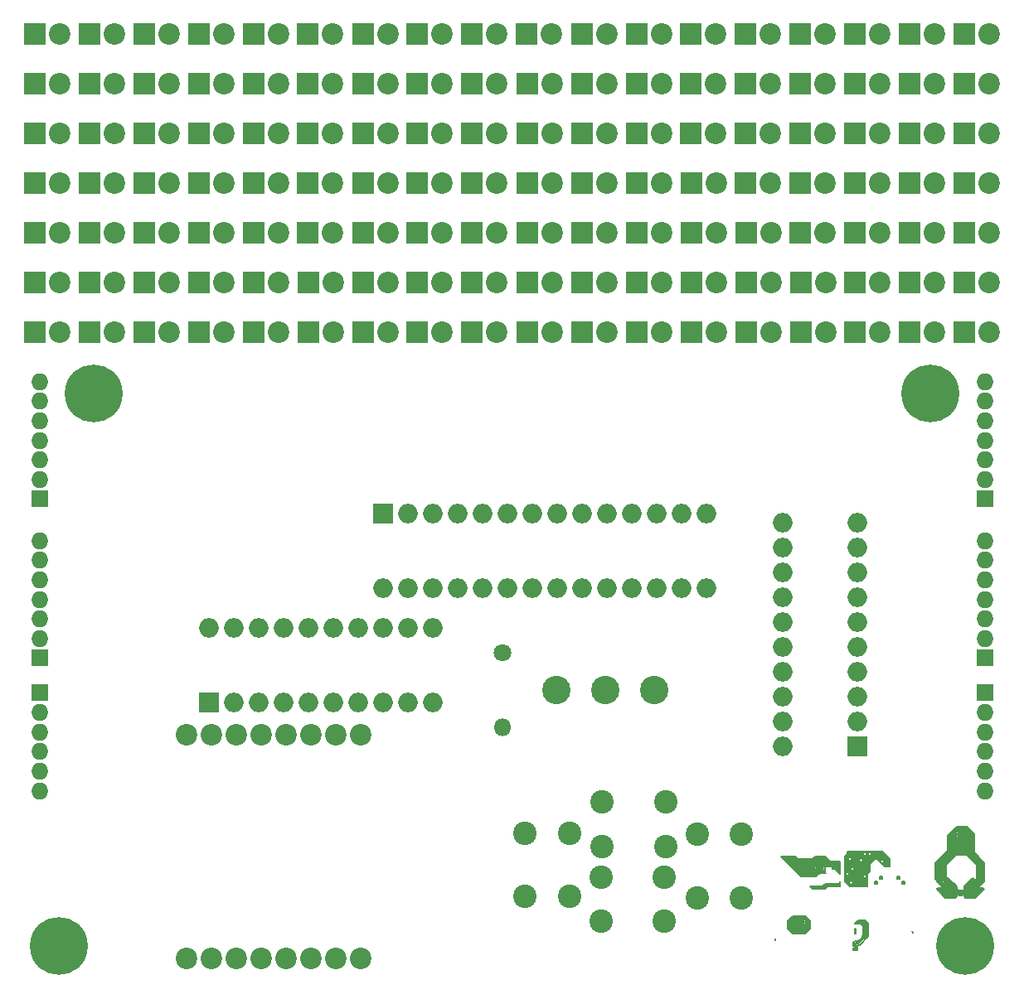
<source format=gbr>
G04 #@! TF.FileFunction,Soldermask,Top*
%FSLAX46Y46*%
G04 Gerber Fmt 4.6, Leading zero omitted, Abs format (unit mm)*
G04 Created by KiCad (PCBNEW 4.0.7) date 01/18/18 14:45:31*
%MOMM*%
%LPD*%
G01*
G04 APERTURE LIST*
%ADD10C,0.100000*%
%ADD11C,0.200000*%
%ADD12C,0.400000*%
%ADD13R,2.200000X2.200000*%
%ADD14C,2.200000*%
%ADD15R,2.000000X2.000000*%
%ADD16O,2.000000X2.000000*%
%ADD17R,1.750000X1.750000*%
%ADD18O,1.750000X1.750000*%
%ADD19C,2.400000*%
%ADD20C,1.800000*%
%ADD21O,1.800000X1.800000*%
%ADD22C,2.900000*%
%ADD23C,5.900000*%
G04 APERTURE END LIST*
D10*
D11*
X194945000Y-159258000D02*
X194945000Y-161163000D01*
X194183000Y-158496000D02*
X194945000Y-159258000D01*
X193167000Y-158496000D02*
X194183000Y-158496000D01*
X192278000Y-159385000D02*
X193167000Y-158496000D01*
X192278000Y-160909000D02*
X192278000Y-159385000D01*
X191008000Y-162179000D02*
X192532000Y-160655000D01*
X191008000Y-163830000D02*
X191008000Y-162179000D01*
X191135000Y-163957000D02*
X191008000Y-163830000D01*
D12*
X193167000Y-161163000D02*
X194183000Y-161163000D01*
X193167000Y-160909000D02*
X193167000Y-161163000D01*
X194056000Y-160909000D02*
X193167000Y-160909000D01*
X194056000Y-160782000D02*
X194056000Y-160909000D01*
X193929000Y-160655000D02*
X194056000Y-160782000D01*
X193167000Y-160655000D02*
X193929000Y-160655000D01*
X193167000Y-160401000D02*
X193167000Y-160655000D01*
X194056000Y-160401000D02*
X193167000Y-160401000D01*
X194056000Y-160147000D02*
X194056000Y-160401000D01*
X193040000Y-160147000D02*
X194056000Y-160147000D01*
X195834000Y-163957000D02*
X195453000Y-164338000D01*
X195834000Y-162179000D02*
X195834000Y-163957000D01*
X194691000Y-161036000D02*
X195834000Y-162179000D01*
X194691000Y-159385000D02*
X194691000Y-161036000D01*
X194056000Y-158750000D02*
X194691000Y-159385000D01*
X193167000Y-158750000D02*
X194056000Y-158750000D01*
X192532000Y-159385000D02*
X193167000Y-158750000D01*
X192532000Y-160909000D02*
X192532000Y-159385000D01*
X191262000Y-162179000D02*
X192532000Y-160909000D01*
X191262000Y-163957000D02*
X191262000Y-162179000D01*
X191770000Y-164465000D02*
X191262000Y-163957000D01*
X193167000Y-165100000D02*
X193929000Y-165100000D01*
X193421000Y-165227000D02*
X193040000Y-164846000D01*
X193802000Y-165100000D02*
X193929000Y-164973000D01*
X193675000Y-165227000D02*
X193802000Y-165100000D01*
X193294000Y-165227000D02*
X193675000Y-165227000D01*
X193167000Y-165100000D02*
X193294000Y-165227000D01*
X193421000Y-159893000D02*
X193167000Y-159893000D01*
X194183000Y-159893000D02*
X193421000Y-159893000D01*
X194183000Y-161163000D02*
X194183000Y-159893000D01*
X195326000Y-162306000D02*
X194183000Y-161163000D01*
X195326000Y-163830000D02*
X195326000Y-162306000D01*
X195072000Y-164084000D02*
X195326000Y-163830000D01*
X194183000Y-159639000D02*
X193421000Y-159639000D01*
X193929000Y-159385000D02*
X194183000Y-159639000D01*
X193421000Y-159385000D02*
X193929000Y-159385000D01*
X193421000Y-159639000D02*
X193421000Y-159385000D01*
X193040000Y-159639000D02*
X193421000Y-159639000D01*
X193040000Y-161163000D02*
X193040000Y-159639000D01*
X191897000Y-162306000D02*
X193040000Y-161163000D01*
X191897000Y-163576000D02*
X191897000Y-162306000D01*
X192024000Y-163703000D02*
X191897000Y-163576000D01*
D11*
X192024000Y-163830000D02*
X191897000Y-163703000D01*
X192024000Y-164084000D02*
X192024000Y-163830000D01*
X191770000Y-163830000D02*
X191897000Y-163957000D01*
X191770000Y-162179000D02*
X191770000Y-163830000D01*
X192913000Y-161036000D02*
X191770000Y-162179000D01*
X192913000Y-159639000D02*
X192913000Y-161036000D01*
X193294000Y-159258000D02*
X192913000Y-159639000D01*
X194056000Y-159258000D02*
X193294000Y-159258000D01*
X194310000Y-159512000D02*
X194056000Y-159258000D01*
X194310000Y-161036000D02*
X194310000Y-159512000D01*
X195453000Y-162179000D02*
X194310000Y-161036000D01*
X195453000Y-163957000D02*
X195453000Y-162179000D01*
X195326000Y-164084000D02*
X195453000Y-163957000D01*
X195453000Y-164084000D02*
X195326000Y-164084000D01*
X195580000Y-163957000D02*
X195453000Y-164084000D01*
X195580000Y-162179000D02*
X195580000Y-163957000D01*
X194437000Y-161036000D02*
X195580000Y-162179000D01*
X194437000Y-159512000D02*
X194437000Y-161036000D01*
X194056000Y-159131000D02*
X194437000Y-159512000D01*
X193294000Y-159131000D02*
X194056000Y-159131000D01*
X192786000Y-159639000D02*
X193294000Y-159131000D01*
X192786000Y-161036000D02*
X192786000Y-159639000D01*
X191643000Y-162179000D02*
X192786000Y-161036000D01*
X191643000Y-163830000D02*
X191643000Y-162179000D01*
X191897000Y-164084000D02*
X191643000Y-163830000D01*
X195707000Y-163957000D02*
X195453000Y-164211000D01*
X195707000Y-162179000D02*
X195707000Y-163957000D01*
X195580000Y-162052000D02*
X195707000Y-162179000D01*
X194564000Y-161036000D02*
X195580000Y-162052000D01*
X194564000Y-159385000D02*
X194564000Y-161036000D01*
X194183000Y-159004000D02*
X194564000Y-159385000D01*
X193167000Y-159004000D02*
X194183000Y-159004000D01*
X192659000Y-159512000D02*
X193167000Y-159004000D01*
X192659000Y-161036000D02*
X192659000Y-159512000D01*
X192532000Y-161163000D02*
X192659000Y-161036000D01*
X192278000Y-161417000D02*
X192532000Y-161163000D01*
X191516000Y-162179000D02*
X192278000Y-161417000D01*
X191516000Y-163830000D02*
X191516000Y-162179000D01*
X191770000Y-164084000D02*
X191516000Y-163830000D01*
X193802000Y-165227000D02*
X193929000Y-165227000D01*
X193675000Y-165354000D02*
X193802000Y-165227000D01*
X193548000Y-165354000D02*
X193675000Y-165354000D01*
X193421000Y-165354000D02*
X193548000Y-165354000D01*
X193294000Y-165227000D02*
X193421000Y-165354000D01*
X193675000Y-165481000D02*
X193802000Y-165354000D01*
X193421000Y-165481000D02*
X193675000Y-165481000D01*
X193294000Y-165354000D02*
X193421000Y-165481000D01*
X195072000Y-164719000D02*
X194818000Y-164719000D01*
X195072000Y-164592000D02*
X195072000Y-164719000D01*
X194818000Y-164592000D02*
X195072000Y-164592000D01*
X194564000Y-164846000D02*
X194818000Y-164592000D01*
X195072000Y-164846000D02*
X194564000Y-164846000D01*
X194818000Y-164846000D02*
X195072000Y-164846000D01*
X194691000Y-164719000D02*
X194818000Y-164846000D01*
X194945000Y-164465000D02*
X194691000Y-164719000D01*
X195199000Y-164465000D02*
X194945000Y-164465000D01*
X195199000Y-164846000D02*
X195199000Y-164465000D01*
X195072000Y-164973000D02*
X195199000Y-164846000D01*
X194564000Y-164973000D02*
X195072000Y-164973000D01*
X194564000Y-164719000D02*
X194564000Y-164973000D01*
X194945000Y-164338000D02*
X194564000Y-164719000D01*
X195326000Y-164338000D02*
X194945000Y-164338000D01*
X195326000Y-164846000D02*
X195326000Y-164338000D01*
X195072000Y-165100000D02*
X195326000Y-164846000D01*
X194437000Y-165100000D02*
X195072000Y-165100000D01*
X194437000Y-164592000D02*
X194437000Y-165100000D01*
X194818000Y-164211000D02*
X194437000Y-164592000D01*
X194818000Y-164084000D02*
X194818000Y-164211000D01*
X194310000Y-164592000D02*
X194818000Y-164084000D01*
X194310000Y-165227000D02*
X194310000Y-164592000D01*
X195072000Y-165227000D02*
X194310000Y-165227000D01*
X195453000Y-164846000D02*
X195072000Y-165227000D01*
X195580000Y-164846000D02*
X195453000Y-164846000D01*
X195072000Y-165354000D02*
X195580000Y-164846000D01*
X194183000Y-165354000D02*
X195072000Y-165354000D01*
X194183000Y-164592000D02*
X194183000Y-165354000D01*
X194818000Y-163957000D02*
X194183000Y-164592000D01*
X194818000Y-163830000D02*
X194818000Y-163957000D01*
X194056000Y-164592000D02*
X194818000Y-163830000D01*
X194056000Y-165481000D02*
X194056000Y-164592000D01*
X195072000Y-165481000D02*
X194056000Y-165481000D01*
X195707000Y-164846000D02*
X195072000Y-165481000D01*
X195834000Y-164846000D02*
X195707000Y-164846000D01*
X195072000Y-165608000D02*
X195834000Y-164846000D01*
X194056000Y-165608000D02*
X195072000Y-165608000D01*
X195072000Y-165735000D02*
X194056000Y-165735000D01*
X195961000Y-164846000D02*
X195072000Y-165735000D01*
X195834000Y-164719000D02*
X195961000Y-164846000D01*
X195453000Y-164719000D02*
X195834000Y-164719000D01*
X195453000Y-164338000D02*
X195453000Y-164719000D01*
X195326000Y-164211000D02*
X195453000Y-164338000D01*
X194945000Y-164211000D02*
X195326000Y-164211000D01*
X194945000Y-164084000D02*
X194945000Y-164211000D01*
X194945000Y-163830000D02*
X194945000Y-164084000D01*
X194818000Y-163703000D02*
X194945000Y-163830000D01*
X193929000Y-164592000D02*
X194818000Y-163703000D01*
X193929000Y-165608000D02*
X193929000Y-164592000D01*
X194056000Y-165735000D02*
X193929000Y-165608000D01*
X192405000Y-164338000D02*
X192659000Y-164338000D01*
X192405000Y-164084000D02*
X192405000Y-164338000D01*
X192786000Y-164465000D02*
X192405000Y-164084000D01*
X191770000Y-164465000D02*
X192786000Y-164465000D01*
X191770000Y-164592000D02*
X191770000Y-164465000D01*
X193040000Y-164592000D02*
X191770000Y-164592000D01*
X193040000Y-164719000D02*
X193040000Y-164592000D01*
X191770000Y-164719000D02*
X193040000Y-164719000D01*
X191770000Y-164846000D02*
X191770000Y-164719000D01*
X191262000Y-164846000D02*
X191770000Y-164846000D01*
X193040000Y-164846000D02*
X191262000Y-164846000D01*
X193040000Y-164973000D02*
X193040000Y-164846000D01*
X193040000Y-165100000D02*
X193040000Y-164973000D01*
X192913000Y-164973000D02*
X193040000Y-165100000D01*
X191262000Y-164973000D02*
X192913000Y-164973000D01*
X191389000Y-165100000D02*
X191262000Y-164973000D01*
X193040000Y-165100000D02*
X191389000Y-165100000D01*
X193040000Y-165227000D02*
X193040000Y-165100000D01*
X191516000Y-165227000D02*
X193040000Y-165227000D01*
X191643000Y-165354000D02*
X191516000Y-165227000D01*
X193040000Y-165354000D02*
X191643000Y-165354000D01*
X193040000Y-165481000D02*
X193040000Y-165354000D01*
X191770000Y-165481000D02*
X193040000Y-165481000D01*
X191770000Y-164338000D02*
X191770000Y-164719000D01*
X192278000Y-164338000D02*
X191770000Y-164338000D01*
X192278000Y-163830000D02*
X192278000Y-164338000D01*
X193040000Y-164592000D02*
X192278000Y-163830000D01*
X193040000Y-165608000D02*
X193040000Y-164592000D01*
X192024000Y-165608000D02*
X193040000Y-165608000D01*
X192151000Y-163830000D02*
X192278000Y-163703000D01*
X192151000Y-164211000D02*
X192151000Y-163830000D01*
X192024000Y-164211000D02*
X192151000Y-164211000D01*
X191770000Y-164211000D02*
X192024000Y-164211000D01*
X191643000Y-164338000D02*
X191770000Y-164211000D01*
X191643000Y-164719000D02*
X191643000Y-164338000D01*
X191516000Y-164719000D02*
X191643000Y-164719000D01*
X191262000Y-164719000D02*
X191516000Y-164719000D01*
X191135000Y-164846000D02*
X191262000Y-164719000D01*
X192024000Y-165735000D02*
X191135000Y-164846000D01*
X193040000Y-165735000D02*
X192024000Y-165735000D01*
X193167000Y-165608000D02*
X193040000Y-165735000D01*
X193167000Y-164592000D02*
X193167000Y-165608000D01*
X193167000Y-164592000D02*
X192278000Y-163703000D01*
X182626000Y-171069000D02*
X182626000Y-170815000D01*
X182753000Y-171069000D02*
X182626000Y-171069000D01*
X182753000Y-170942000D02*
X182753000Y-171069000D01*
X182753000Y-170815000D02*
X182753000Y-170942000D01*
X182880000Y-170815000D02*
X182753000Y-170815000D01*
X182880000Y-171069000D02*
X182880000Y-170815000D01*
X183007000Y-170815000D02*
X183007000Y-171069000D01*
X184023000Y-168402000D02*
X184023000Y-169799000D01*
X183007000Y-170561000D02*
X183007000Y-170815000D01*
X183261000Y-170561000D02*
X183007000Y-170561000D01*
X184150000Y-169672000D02*
X183261000Y-170561000D01*
X184150000Y-168402000D02*
X184150000Y-169672000D01*
X183769000Y-168021000D02*
X184150000Y-168402000D01*
X183134000Y-168021000D02*
X183769000Y-168021000D01*
X183007000Y-168148000D02*
X183134000Y-168021000D01*
X182880000Y-170434000D02*
X182880000Y-170815000D01*
X183134000Y-170434000D02*
X182880000Y-170434000D01*
X183896000Y-169672000D02*
X183134000Y-170434000D01*
X183896000Y-168402000D02*
X183896000Y-169672000D01*
X183642000Y-168148000D02*
X183896000Y-168402000D01*
X183007000Y-168148000D02*
X183642000Y-168148000D01*
X182880000Y-168275000D02*
X183007000Y-168148000D01*
X182880000Y-168275000D02*
X183134000Y-168275000D01*
X182753000Y-168402000D02*
X182880000Y-168275000D01*
X182753000Y-170434000D02*
X182753000Y-170815000D01*
X182880000Y-170307000D02*
X182753000Y-170434000D01*
X183134000Y-170307000D02*
X182880000Y-170307000D01*
X183769000Y-169672000D02*
X183134000Y-170307000D01*
X183769000Y-168529000D02*
X183769000Y-169672000D01*
X183515000Y-168275000D02*
X183769000Y-168529000D01*
X183007000Y-168275000D02*
X183515000Y-168275000D01*
X182626000Y-170307000D02*
X182626000Y-170688000D01*
X182753000Y-170180000D02*
X182626000Y-170307000D01*
X183134000Y-170180000D02*
X182753000Y-170180000D01*
X183515000Y-169799000D02*
X183134000Y-170180000D01*
X182753000Y-168910000D02*
X182753000Y-169418000D01*
X182880000Y-168910000D02*
X182753000Y-168910000D01*
X182880000Y-169418000D02*
X182880000Y-168910000D01*
X183642000Y-169545000D02*
X183515000Y-169672000D01*
X183642000Y-168656000D02*
X183642000Y-169545000D01*
X183388000Y-168402000D02*
X183642000Y-168656000D01*
X182880000Y-168402000D02*
X183388000Y-168402000D01*
X188722000Y-169291000D02*
X188595000Y-169164000D01*
X174625000Y-169926000D02*
X174625000Y-170053000D01*
X178435000Y-164846000D02*
X179451000Y-164846000D01*
X178181000Y-164592000D02*
X178435000Y-164846000D01*
X178943000Y-164846000D02*
X178689000Y-164592000D01*
X178689000Y-164592000D02*
X178943000Y-164846000D01*
X179197000Y-164592000D02*
X178689000Y-164592000D01*
X178435000Y-164592000D02*
X179197000Y-164592000D01*
X180975000Y-164338000D02*
X180721000Y-164592000D01*
X180721000Y-164592000D02*
X180975000Y-164338000D01*
X180721000Y-164338000D02*
X180721000Y-164592000D01*
X180975000Y-164592000D02*
X180721000Y-164338000D01*
X181229000Y-164338000D02*
X180975000Y-164592000D01*
X180721000Y-164338000D02*
X181229000Y-164338000D01*
X178943000Y-164846000D02*
X179197000Y-164592000D01*
X178435000Y-164846000D02*
X178943000Y-164846000D01*
X179197000Y-164592000D02*
X179197000Y-164846000D01*
X178943000Y-164846000D02*
X179197000Y-164592000D01*
X178943000Y-164592000D02*
X178943000Y-164846000D01*
X178689000Y-164592000D02*
X178689000Y-164846000D01*
X178435000Y-164846000D02*
X178689000Y-164592000D01*
X178435000Y-164592000D02*
X178435000Y-164846000D01*
X179197000Y-164592000D02*
X179451000Y-164592000D01*
X178181000Y-164592000D02*
X179197000Y-164592000D01*
X179705000Y-164846000D02*
X179451000Y-164846000D01*
X179959000Y-164592000D02*
X179705000Y-164846000D01*
X179959000Y-164338000D02*
X179959000Y-164592000D01*
X180213000Y-164592000D02*
X179959000Y-164338000D01*
X180467000Y-164338000D02*
X180213000Y-164592000D01*
X180213000Y-164592000D02*
X180467000Y-164338000D01*
X180213000Y-164338000D02*
X180213000Y-164592000D01*
X180467000Y-164338000D02*
X180213000Y-164338000D01*
X180467000Y-164592000D02*
X180467000Y-164338000D01*
X180721000Y-164338000D02*
X180467000Y-164592000D01*
X180467000Y-164592000D02*
X180721000Y-164338000D01*
X180721000Y-164592000D02*
X180467000Y-164592000D01*
X181229000Y-164338000D02*
X180975000Y-164592000D01*
X181229000Y-164592000D02*
X181229000Y-164338000D01*
X179705000Y-164592000D02*
X181229000Y-164592000D01*
X179959000Y-164338000D02*
X179705000Y-164592000D01*
X179705000Y-164592000D02*
X179959000Y-164338000D01*
X179451000Y-164846000D02*
X179705000Y-164592000D01*
X179197000Y-164846000D02*
X179451000Y-164846000D01*
X181229000Y-164338000D02*
X181229000Y-164084000D01*
X179705000Y-164338000D02*
X180721000Y-164338000D01*
X179197000Y-164846000D02*
X179705000Y-164338000D01*
X175260000Y-161544000D02*
X175387000Y-161544000D01*
X177292000Y-163576000D02*
X175260000Y-161544000D01*
X178816000Y-163576000D02*
X177292000Y-163576000D01*
X179197000Y-163195000D02*
X178816000Y-163576000D01*
X179832000Y-163195000D02*
X179197000Y-163195000D01*
X179705000Y-163068000D02*
X179705000Y-162560000D01*
X178562000Y-163068000D02*
X179197000Y-163068000D01*
X178943000Y-163068000D02*
X178562000Y-163068000D01*
X178816000Y-163195000D02*
X178943000Y-163068000D01*
X177292000Y-163195000D02*
X178816000Y-163195000D01*
X177292000Y-163068000D02*
X177292000Y-163195000D01*
X178689000Y-163068000D02*
X177292000Y-163068000D01*
X178816000Y-162941000D02*
X178689000Y-163068000D01*
X179324000Y-162941000D02*
X178816000Y-162941000D01*
X178943000Y-163322000D02*
X179324000Y-162941000D01*
X177292000Y-163322000D02*
X178943000Y-163322000D01*
X177038000Y-163068000D02*
X177292000Y-163322000D01*
X178562000Y-163068000D02*
X177038000Y-163068000D01*
X178816000Y-162814000D02*
X178562000Y-163068000D01*
X179451000Y-162814000D02*
X178816000Y-162814000D01*
X179451000Y-162941000D02*
X179451000Y-162814000D01*
X179070000Y-162941000D02*
X179451000Y-162941000D01*
X179578000Y-162941000D02*
X179070000Y-162941000D01*
X179705000Y-163068000D02*
X179578000Y-162941000D01*
X179197000Y-163068000D02*
X179705000Y-163068000D01*
X178816000Y-163449000D02*
X179197000Y-163068000D01*
X177292000Y-163449000D02*
X178816000Y-163449000D01*
X175895000Y-162052000D02*
X177292000Y-163449000D01*
X179578000Y-162814000D02*
X179451000Y-162687000D01*
X178816000Y-162687000D02*
X179578000Y-162687000D01*
X178562000Y-162941000D02*
X178816000Y-162687000D01*
X177038000Y-162941000D02*
X178562000Y-162941000D01*
X176784000Y-162941000D02*
X177038000Y-162941000D01*
X176657000Y-162814000D02*
X176784000Y-162941000D01*
X176911000Y-162814000D02*
X176657000Y-162560000D01*
X176657000Y-162814000D02*
X177165000Y-162814000D01*
X176403000Y-162560000D02*
X176657000Y-162814000D01*
X177165000Y-162814000D02*
X178181000Y-162814000D01*
X176911000Y-162560000D02*
X177165000Y-162814000D01*
X177419000Y-162814000D02*
X177165000Y-162560000D01*
X177673000Y-162560000D02*
X177673000Y-162814000D01*
X177927000Y-162814000D02*
X177927000Y-162560000D01*
X178181000Y-162560000D02*
X177927000Y-162814000D01*
X178181000Y-162814000D02*
X178181000Y-162560000D01*
X178181000Y-162560000D02*
X178435000Y-162814000D01*
X178435000Y-162814000D02*
X178435000Y-162560000D01*
X178181000Y-162814000D02*
X178435000Y-162814000D01*
X178181000Y-161798000D02*
X178181000Y-162052000D01*
X177927000Y-162052000D02*
X178181000Y-161798000D01*
X177927000Y-161798000D02*
X177927000Y-162052000D01*
X177673000Y-162052000D02*
X177927000Y-161798000D01*
X177673000Y-161798000D02*
X177673000Y-162052000D01*
X177419000Y-162052000D02*
X177673000Y-161798000D01*
X177165000Y-161798000D02*
X177419000Y-162052000D01*
X177419000Y-162052000D02*
X177165000Y-161798000D01*
X177419000Y-161798000D02*
X177419000Y-162052000D01*
X177165000Y-161798000D02*
X177419000Y-161798000D01*
X177165000Y-162052000D02*
X177165000Y-161798000D01*
X176911000Y-161798000D02*
X177165000Y-162052000D01*
X178435000Y-161798000D02*
X176911000Y-161798000D01*
X180975000Y-163068000D02*
X180721000Y-162814000D01*
X181229000Y-163322000D02*
X180975000Y-163068000D01*
X181229000Y-163068000D02*
X181229000Y-163322000D01*
X180975000Y-162814000D02*
X181229000Y-163068000D01*
X180975000Y-163068000D02*
X180975000Y-162814000D01*
X181229000Y-163068000D02*
X180975000Y-163068000D01*
X181229000Y-162814000D02*
X181229000Y-163068000D01*
X180721000Y-162814000D02*
X180467000Y-162814000D01*
X179197000Y-162560000D02*
X179197000Y-162306000D01*
X179451000Y-162560000D02*
X179197000Y-162560000D01*
X179705000Y-162306000D02*
X179451000Y-162560000D01*
X179959000Y-162560000D02*
X179705000Y-162306000D01*
X179959000Y-162306000D02*
X179959000Y-162560000D01*
X179705000Y-162560000D02*
X179959000Y-162306000D01*
X179451000Y-162306000D02*
X179705000Y-162560000D01*
X179959000Y-162306000D02*
X179451000Y-162306000D01*
X179705000Y-162560000D02*
X180213000Y-162560000D01*
X181229000Y-162814000D02*
X180721000Y-162814000D01*
X178943000Y-162306000D02*
X178689000Y-162560000D01*
X178943000Y-162560000D02*
X178943000Y-162306000D01*
X179197000Y-162306000D02*
X178943000Y-162560000D01*
X179451000Y-162560000D02*
X179197000Y-162306000D01*
X179451000Y-162306000D02*
X179451000Y-162560000D01*
X179705000Y-162560000D02*
X179451000Y-162306000D01*
X178689000Y-162560000D02*
X179705000Y-162560000D01*
X176657000Y-162306000D02*
X176403000Y-162052000D01*
X176657000Y-162052000D02*
X176657000Y-162306000D01*
X178435000Y-162814000D02*
X178943000Y-162306000D01*
X179705000Y-162306000D02*
X179705000Y-162052000D01*
X179451000Y-162306000D02*
X179705000Y-162306000D01*
X179451000Y-162052000D02*
X179451000Y-162306000D01*
X178943000Y-162052000D02*
X179451000Y-162052000D01*
X178943000Y-162306000D02*
X178943000Y-162052000D01*
X181229000Y-162814000D02*
X181229000Y-162560000D01*
X180975000Y-162560000D02*
X181229000Y-162814000D01*
X180975000Y-162814000D02*
X180975000Y-162560000D01*
X180721000Y-162560000D02*
X180975000Y-162814000D01*
X180721000Y-162814000D02*
X180721000Y-162560000D01*
X180467000Y-162560000D02*
X180721000Y-162814000D01*
X180467000Y-162814000D02*
X180467000Y-162560000D01*
X179705000Y-162306000D02*
X179451000Y-162306000D01*
X181229000Y-162560000D02*
X181229000Y-162814000D01*
X177165000Y-162560000D02*
X177673000Y-162560000D01*
X177419000Y-162560000D02*
X177419000Y-162814000D01*
X177673000Y-162814000D02*
X177419000Y-162560000D01*
X177927000Y-162560000D02*
X177673000Y-162814000D01*
X178435000Y-162306000D02*
X178181000Y-162560000D01*
X178689000Y-162306000D02*
X178435000Y-162306000D01*
X178943000Y-162052000D02*
X178689000Y-162306000D01*
X179197000Y-162306000D02*
X178943000Y-162052000D01*
X179197000Y-162052000D02*
X179197000Y-162306000D01*
X179451000Y-162306000D02*
X179197000Y-162052000D01*
X179705000Y-162052000D02*
X179451000Y-162306000D01*
X179959000Y-162306000D02*
X179705000Y-162052000D01*
X179705000Y-162306000D02*
X179959000Y-162306000D01*
X178689000Y-162306000D02*
X179705000Y-162306000D01*
X178181000Y-162814000D02*
X178689000Y-162306000D01*
X176403000Y-162306000D02*
X176657000Y-162560000D01*
X176657000Y-162560000D02*
X176403000Y-162306000D01*
X176911000Y-162306000D02*
X176657000Y-162560000D01*
X176911000Y-162560000D02*
X176911000Y-162306000D01*
X176657000Y-162306000D02*
X176911000Y-162560000D01*
X176403000Y-162306000D02*
X176657000Y-162306000D01*
X176657000Y-162560000D02*
X176403000Y-162306000D01*
X176911000Y-162306000D02*
X176657000Y-162560000D01*
X176657000Y-162560000D02*
X176911000Y-162306000D01*
X177165000Y-162560000D02*
X176657000Y-162560000D01*
X176911000Y-162560000D02*
X177165000Y-162560000D01*
X176403000Y-162560000D02*
X176911000Y-162560000D01*
X176149000Y-162306000D02*
X176403000Y-162560000D01*
X176911000Y-162306000D02*
X176149000Y-162306000D01*
X176657000Y-162052000D02*
X176911000Y-162306000D01*
X176403000Y-162306000D02*
X176657000Y-162052000D01*
X176149000Y-162052000D02*
X176403000Y-162306000D01*
X176149000Y-162306000D02*
X176149000Y-162052000D01*
X176911000Y-162306000D02*
X176149000Y-162306000D01*
X176657000Y-162306000D02*
X176911000Y-162306000D01*
X176149000Y-162306000D02*
X176657000Y-162306000D01*
X175895000Y-162052000D02*
X176149000Y-162306000D01*
X176657000Y-162052000D02*
X176657000Y-161798000D01*
X175641000Y-161544000D02*
X175895000Y-161798000D01*
X175387000Y-161544000D02*
X175641000Y-161544000D01*
X175895000Y-162052000D02*
X175387000Y-161544000D01*
X180975000Y-162306000D02*
X180467000Y-162306000D01*
X181229000Y-162306000D02*
X180975000Y-162306000D01*
X180975000Y-162560000D02*
X181229000Y-162306000D01*
X181229000Y-162306000D02*
X180975000Y-162560000D01*
X180975000Y-162052000D02*
X181229000Y-162306000D01*
X181229000Y-162052000D02*
X180975000Y-162052000D01*
X181229000Y-162560000D02*
X181229000Y-162052000D01*
X180721000Y-162560000D02*
X181229000Y-162560000D01*
X180467000Y-162306000D02*
X180721000Y-162560000D01*
X180467000Y-162560000D02*
X180467000Y-162306000D01*
X180213000Y-162306000D02*
X180467000Y-162560000D01*
X180213000Y-162560000D02*
X180213000Y-162306000D01*
X180467000Y-162560000D02*
X180213000Y-162560000D01*
X180721000Y-162306000D02*
X180467000Y-162560000D01*
X180721000Y-162560000D02*
X180721000Y-162306000D01*
X180975000Y-162306000D02*
X180721000Y-162560000D01*
X180975000Y-162560000D02*
X180975000Y-162306000D01*
X180213000Y-162560000D02*
X180975000Y-162560000D01*
X179705000Y-162052000D02*
X180213000Y-162560000D01*
X179705000Y-161798000D02*
X179705000Y-162052000D01*
X179705000Y-162052000D02*
X179705000Y-161798000D01*
X179451000Y-161798000D02*
X179705000Y-162052000D01*
X179197000Y-162052000D02*
X179451000Y-161798000D01*
X179451000Y-161798000D02*
X179197000Y-162052000D01*
X179451000Y-162052000D02*
X179451000Y-161798000D01*
X179197000Y-162052000D02*
X179451000Y-162052000D01*
X179197000Y-161798000D02*
X179197000Y-162052000D01*
X178943000Y-162052000D02*
X179197000Y-161798000D01*
X178943000Y-161798000D02*
X178943000Y-162052000D01*
X178689000Y-162052000D02*
X178943000Y-161798000D01*
X178943000Y-162052000D02*
X178689000Y-162052000D01*
X179959000Y-162052000D02*
X178943000Y-162052000D01*
X179705000Y-161798000D02*
X179959000Y-162052000D01*
X178943000Y-161798000D02*
X179705000Y-161798000D01*
X178689000Y-162052000D02*
X178943000Y-161798000D01*
X178181000Y-162560000D02*
X178689000Y-162052000D01*
X178181000Y-162306000D02*
X178181000Y-162560000D01*
X177927000Y-162560000D02*
X178181000Y-162306000D01*
X177927000Y-162306000D02*
X177927000Y-162560000D01*
X177927000Y-162560000D02*
X177927000Y-162306000D01*
X177673000Y-162306000D02*
X177927000Y-162560000D01*
X177419000Y-162560000D02*
X177673000Y-162306000D01*
X177673000Y-162306000D02*
X177419000Y-162560000D01*
X177673000Y-162560000D02*
X177673000Y-162306000D01*
X177419000Y-162560000D02*
X177673000Y-162560000D01*
X177419000Y-162306000D02*
X177419000Y-162560000D01*
X177165000Y-162560000D02*
X177419000Y-162306000D01*
X177165000Y-162306000D02*
X177165000Y-162560000D01*
X178181000Y-162560000D02*
X178689000Y-162052000D01*
X177165000Y-162560000D02*
X178181000Y-162560000D01*
X176657000Y-162052000D02*
X177165000Y-162560000D01*
X176149000Y-162052000D02*
X176657000Y-162052000D01*
X176403000Y-161798000D02*
X176149000Y-162052000D01*
X176403000Y-162052000D02*
X176403000Y-161798000D01*
X176149000Y-161798000D02*
X176403000Y-162052000D01*
X175895000Y-162052000D02*
X176149000Y-161798000D01*
X175895000Y-161798000D02*
X175895000Y-162052000D01*
X176149000Y-161798000D02*
X175895000Y-161798000D01*
X176149000Y-162052000D02*
X176149000Y-161798000D01*
X176403000Y-162052000D02*
X176149000Y-162052000D01*
X176657000Y-161798000D02*
X176403000Y-162052000D01*
X176911000Y-162052000D02*
X176657000Y-161798000D01*
X175895000Y-162052000D02*
X176911000Y-162052000D01*
X175895000Y-161798000D02*
X175895000Y-162052000D01*
X180467000Y-162052000D02*
X180467000Y-162306000D01*
X180721000Y-162306000D02*
X180467000Y-162052000D01*
X180975000Y-162052000D02*
X180721000Y-162306000D01*
X180975000Y-162306000D02*
X180975000Y-162052000D01*
X180721000Y-162052000D02*
X180975000Y-162306000D01*
X180721000Y-162306000D02*
X180721000Y-162052000D01*
X180467000Y-162052000D02*
X180721000Y-162306000D01*
X180467000Y-162306000D02*
X180467000Y-162052000D01*
X180213000Y-162052000D02*
X180467000Y-162306000D01*
X179959000Y-162052000D02*
X180213000Y-162052000D01*
X180213000Y-162306000D02*
X179959000Y-162052000D01*
X180721000Y-162306000D02*
X180213000Y-162306000D01*
X180975000Y-162306000D02*
X180721000Y-162306000D01*
X180975000Y-162052000D02*
X180975000Y-162306000D01*
X177165000Y-162052000D02*
X177165000Y-162306000D01*
X177165000Y-162306000D02*
X178181000Y-162306000D01*
X178181000Y-162052000D02*
X178181000Y-162306000D01*
X177927000Y-162306000D02*
X178181000Y-162052000D01*
X177927000Y-162052000D02*
X177927000Y-162306000D01*
X177673000Y-162306000D02*
X177927000Y-162052000D01*
X177673000Y-162052000D02*
X177673000Y-162306000D01*
X177927000Y-162052000D02*
X177673000Y-162052000D01*
X177927000Y-162306000D02*
X177927000Y-162052000D01*
X177673000Y-162306000D02*
X177927000Y-162306000D01*
X177673000Y-162052000D02*
X177673000Y-162306000D01*
X177419000Y-162306000D02*
X177673000Y-162052000D01*
X177419000Y-162052000D02*
X177419000Y-162306000D01*
X177165000Y-162306000D02*
X177419000Y-162052000D01*
X178181000Y-162306000D02*
X178689000Y-161798000D01*
X176911000Y-162052000D02*
X177165000Y-162306000D01*
X176403000Y-161544000D02*
X176911000Y-162052000D01*
X175641000Y-161544000D02*
X176403000Y-161544000D01*
X175895000Y-161798000D02*
X175641000Y-161544000D01*
X175895000Y-161544000D02*
X175895000Y-161798000D01*
X176149000Y-161798000D02*
X175895000Y-161544000D01*
X176149000Y-161544000D02*
X176149000Y-161798000D01*
X176403000Y-161798000D02*
X176149000Y-161544000D01*
X176403000Y-161544000D02*
X176403000Y-161798000D01*
X176657000Y-161798000D02*
X176403000Y-161544000D01*
X175895000Y-161798000D02*
X176657000Y-161798000D01*
X175641000Y-161544000D02*
X175895000Y-161798000D01*
X176657000Y-161544000D02*
X175641000Y-161544000D01*
X177165000Y-162052000D02*
X176657000Y-161544000D01*
X178181000Y-162052000D02*
X177165000Y-162052000D01*
X178689000Y-161544000D02*
X178181000Y-162052000D01*
X178943000Y-161798000D02*
X178689000Y-161544000D01*
X178943000Y-161544000D02*
X178943000Y-161798000D01*
X179197000Y-161798000D02*
X178943000Y-161544000D01*
X179197000Y-161544000D02*
X179197000Y-161798000D01*
X179451000Y-161798000D02*
X179197000Y-161544000D01*
X178689000Y-161798000D02*
X178689000Y-161544000D01*
X179705000Y-161798000D02*
X178689000Y-161798000D01*
X179705000Y-161544000D02*
X180213000Y-162052000D01*
X178689000Y-161544000D02*
X179705000Y-161544000D01*
X178943000Y-161544000D02*
X178689000Y-161544000D01*
X179451000Y-161544000D02*
X178943000Y-161544000D01*
X179959000Y-162052000D02*
X179451000Y-161544000D01*
X180975000Y-162052000D02*
X179959000Y-162052000D01*
X176403000Y-167640000D02*
X176403000Y-167894000D01*
X176657000Y-167894000D02*
X176403000Y-167640000D01*
X176657000Y-167640000D02*
X176657000Y-167894000D01*
X176911000Y-167894000D02*
X176657000Y-167640000D01*
X176911000Y-167640000D02*
X176911000Y-167894000D01*
X177165000Y-167894000D02*
X176911000Y-167640000D01*
X177165000Y-167640000D02*
X177165000Y-167894000D01*
X177419000Y-167894000D02*
X177165000Y-167640000D01*
X177419000Y-167640000D02*
X177419000Y-167894000D01*
X177673000Y-167894000D02*
X177419000Y-167640000D01*
X177673000Y-167640000D02*
X177673000Y-167894000D01*
X177673000Y-167640000D02*
X177927000Y-167894000D01*
X176403000Y-167640000D02*
X177673000Y-167640000D01*
X176149000Y-167894000D02*
X176403000Y-167640000D01*
X175895000Y-168402000D02*
X176149000Y-168148000D01*
X176149000Y-168402000D02*
X175895000Y-168402000D01*
X175895000Y-168656000D02*
X176149000Y-168402000D01*
X176149000Y-168656000D02*
X175895000Y-168656000D01*
X175895000Y-168910000D02*
X176149000Y-168656000D01*
X176149000Y-167894000D02*
X176657000Y-167894000D01*
X175895000Y-168148000D02*
X176149000Y-167894000D01*
X175895000Y-168910000D02*
X175895000Y-168148000D01*
X176149000Y-169164000D02*
X175895000Y-168910000D01*
X178181000Y-168402000D02*
X177927000Y-168148000D01*
X177927000Y-168402000D02*
X178181000Y-168402000D01*
X178181000Y-168656000D02*
X177927000Y-168402000D01*
X177927000Y-168656000D02*
X178181000Y-168656000D01*
X178181000Y-168910000D02*
X177927000Y-168656000D01*
X177927000Y-168910000D02*
X178181000Y-168910000D01*
X177927000Y-167894000D02*
X177673000Y-167894000D01*
X178181000Y-168148000D02*
X177927000Y-167894000D01*
X178181000Y-168910000D02*
X178181000Y-168148000D01*
X177927000Y-169164000D02*
X178181000Y-168910000D01*
X177927000Y-169164000D02*
X177927000Y-168910000D01*
X177673000Y-169418000D02*
X177927000Y-169164000D01*
X177165000Y-169418000D02*
X177673000Y-169418000D01*
X177927000Y-168656000D02*
X177165000Y-169418000D01*
X177673000Y-168402000D02*
X177927000Y-168656000D01*
X176657000Y-169418000D02*
X177673000Y-168402000D01*
X176911000Y-169418000D02*
X176657000Y-169418000D01*
X177927000Y-168402000D02*
X176911000Y-169418000D01*
X177673000Y-168148000D02*
X177927000Y-168402000D01*
X176403000Y-169418000D02*
X177673000Y-168148000D01*
X176403000Y-169164000D02*
X177673000Y-167894000D01*
X176403000Y-169418000D02*
X176403000Y-169164000D01*
X176403000Y-169164000D02*
X176403000Y-169418000D01*
X176149000Y-169164000D02*
X176403000Y-169164000D01*
X177419000Y-167894000D02*
X176149000Y-169164000D01*
X177165000Y-167894000D02*
X177419000Y-167894000D01*
X176149000Y-168910000D02*
X177165000Y-167894000D01*
X176149000Y-168656000D02*
X176149000Y-168910000D01*
X176911000Y-167894000D02*
X176149000Y-168656000D01*
X176657000Y-167894000D02*
X176911000Y-167894000D01*
X176149000Y-168402000D02*
X176657000Y-167894000D01*
X176149000Y-168148000D02*
X176403000Y-167894000D01*
X177927000Y-168148000D02*
X177927000Y-168910000D01*
X177673000Y-167894000D02*
X177927000Y-168148000D01*
X176403000Y-167894000D02*
X177673000Y-167894000D01*
X176149000Y-169164000D02*
X176149000Y-168148000D01*
X176403000Y-169418000D02*
X176149000Y-169164000D01*
X177419000Y-169418000D02*
X176403000Y-169418000D01*
X177927000Y-168910000D02*
X177419000Y-169418000D01*
X184023000Y-163830000D02*
X183769000Y-163830000D01*
X182245000Y-162814000D02*
X182245000Y-162560000D01*
X183007000Y-162814000D02*
X182753000Y-163068000D01*
X182753000Y-163068000D02*
X184023000Y-164338000D01*
X182499000Y-163068000D02*
X182753000Y-163068000D01*
X182753000Y-162814000D02*
X182499000Y-163068000D01*
X182245000Y-162560000D02*
X181737000Y-162052000D01*
X182499000Y-162560000D02*
X182245000Y-162560000D01*
X182245000Y-162814000D02*
X182499000Y-162560000D01*
X181991000Y-161798000D02*
X181737000Y-161544000D01*
X183515000Y-163322000D02*
X181991000Y-161798000D01*
X183769000Y-163322000D02*
X183515000Y-163322000D01*
X183515000Y-163322000D02*
X183769000Y-163322000D01*
X183515000Y-163576000D02*
X183515000Y-163322000D01*
X183769000Y-163322000D02*
X183515000Y-163576000D01*
X184023000Y-163576000D02*
X183769000Y-163322000D01*
X183769000Y-163830000D02*
X184023000Y-163576000D01*
X184023000Y-164084000D02*
X183769000Y-163830000D01*
X184023000Y-163576000D02*
X184023000Y-164084000D01*
X182245000Y-164084000D02*
X181737000Y-163576000D01*
X182499000Y-163830000D02*
X182245000Y-164084000D01*
X181991000Y-164338000D02*
X182499000Y-163830000D01*
X181737000Y-163322000D02*
X181737000Y-163830000D01*
X182753000Y-164338000D02*
X182753000Y-164592000D01*
X182499000Y-164592000D02*
X182753000Y-164338000D01*
X182753000Y-164338000D02*
X182499000Y-164592000D01*
X182753000Y-164084000D02*
X182753000Y-164338000D01*
X182499000Y-164338000D02*
X182753000Y-164084000D01*
X182245000Y-164592000D02*
X182499000Y-164338000D01*
X183007000Y-164592000D02*
X182245000Y-164592000D01*
X182245000Y-163576000D02*
X181991000Y-163576000D01*
X182245000Y-163322000D02*
X182245000Y-163830000D01*
X183261000Y-164592000D02*
X182753000Y-164084000D01*
X182245000Y-163576000D02*
X183261000Y-164592000D01*
X181991000Y-163068000D02*
X181737000Y-163068000D01*
X181737000Y-163322000D02*
X181991000Y-163068000D01*
X181991000Y-163068000D02*
X181737000Y-163322000D01*
X182245000Y-163322000D02*
X181991000Y-163068000D01*
X181991000Y-163576000D02*
X182245000Y-163322000D01*
X181737000Y-163322000D02*
X181991000Y-163576000D01*
X181737000Y-162814000D02*
X181737000Y-163322000D01*
X182499000Y-162052000D02*
X184023000Y-163576000D01*
X182245000Y-162052000D02*
X182499000Y-162052000D01*
X182499000Y-162052000D02*
X182245000Y-162052000D01*
X182499000Y-161798000D02*
X182499000Y-162052000D01*
X182245000Y-162052000D02*
X182499000Y-161798000D01*
X181991000Y-161798000D02*
X182245000Y-161544000D01*
X181737000Y-161798000D02*
X181991000Y-161544000D01*
X181737000Y-161544000D02*
X182245000Y-161544000D01*
X183515000Y-161544000D02*
X183007000Y-162052000D01*
X183769000Y-161798000D02*
X183515000Y-161544000D01*
X183261000Y-162306000D02*
X183769000Y-161798000D01*
X183515000Y-162052000D02*
X184277000Y-162814000D01*
X183261000Y-161798000D02*
X182499000Y-161036000D01*
X184023000Y-161544000D02*
X184531000Y-162052000D01*
X184023000Y-161544000D02*
X183769000Y-161544000D01*
X184023000Y-161290000D02*
X184023000Y-161544000D01*
X183769000Y-161544000D02*
X184023000Y-161290000D01*
X183515000Y-161544000D02*
X183769000Y-161544000D01*
X183515000Y-161036000D02*
X183515000Y-161544000D01*
X183515000Y-161290000D02*
X183515000Y-161036000D01*
X183769000Y-161036000D02*
X183515000Y-161290000D01*
X183261000Y-161036000D02*
X183769000Y-161036000D01*
X185801000Y-162052000D02*
X185547000Y-161798000D01*
X185547000Y-162306000D02*
X185801000Y-162052000D01*
X185801000Y-162052000D02*
X185547000Y-162306000D01*
X186055000Y-162052000D02*
X185801000Y-162052000D01*
X185801000Y-162306000D02*
X186055000Y-162052000D01*
X185801000Y-161798000D02*
X185801000Y-162306000D01*
X184023000Y-161290000D02*
X184277000Y-161036000D01*
X184023000Y-161036000D02*
X184023000Y-161290000D01*
X184277000Y-161544000D02*
X184531000Y-161544000D01*
X184531000Y-161290000D02*
X184277000Y-161544000D01*
X184531000Y-161544000D02*
X184531000Y-161290000D01*
X184785000Y-161798000D02*
X184531000Y-161544000D01*
X184531000Y-161798000D02*
X184785000Y-161798000D01*
X184277000Y-161544000D02*
X184531000Y-161798000D01*
X184531000Y-161290000D02*
X184277000Y-161544000D01*
X184277000Y-161036000D02*
X184531000Y-161290000D01*
X183769000Y-161036000D02*
X184277000Y-161036000D01*
X185293000Y-162052000D02*
X185293000Y-161798000D01*
X185293000Y-161798000D02*
X185293000Y-162052000D01*
X185547000Y-161544000D02*
X185293000Y-161798000D01*
X184531000Y-161036000D02*
X185293000Y-161798000D01*
X184785000Y-161036000D02*
X184531000Y-161036000D01*
X185547000Y-161798000D02*
X184785000Y-161036000D01*
X185293000Y-162052000D02*
X185547000Y-161798000D01*
X185293000Y-162052000D02*
X185547000Y-162306000D01*
X185547000Y-161798000D02*
X185293000Y-162052000D01*
X185801000Y-161798000D02*
X185547000Y-161798000D01*
X186055000Y-162052000D02*
X186055000Y-162306000D01*
X186055000Y-162306000D02*
X185801000Y-162306000D01*
X186309000Y-162560000D02*
X186055000Y-162306000D01*
X185801000Y-162306000D02*
X186055000Y-162052000D01*
X185801000Y-162306000D02*
X185547000Y-162306000D01*
X186055000Y-162560000D02*
X185801000Y-162306000D01*
X185039000Y-164084000D02*
X185039000Y-164338000D01*
X184785000Y-164084000D02*
X185039000Y-164084000D01*
X184785000Y-164338000D02*
X184785000Y-164084000D01*
X185039000Y-164084000D02*
X184785000Y-164338000D01*
X184785000Y-164084000D02*
X185039000Y-164084000D01*
X185039000Y-164338000D02*
X184785000Y-164084000D01*
X184785000Y-164338000D02*
X185039000Y-164338000D01*
X187833000Y-164084000D02*
X187579000Y-164338000D01*
X187579000Y-164084000D02*
X187833000Y-164084000D01*
X187833000Y-164338000D02*
X187579000Y-164084000D01*
X187833000Y-164084000D02*
X187833000Y-164338000D01*
X187579000Y-164084000D02*
X187833000Y-164084000D01*
X187579000Y-164338000D02*
X187579000Y-164084000D01*
X187833000Y-164338000D02*
X187579000Y-164338000D01*
X187071000Y-163830000D02*
X187325000Y-163576000D01*
X185547000Y-163576000D02*
X185547000Y-163830000D01*
X185293000Y-163576000D02*
X185547000Y-163576000D01*
X185293000Y-163830000D02*
X185293000Y-163576000D01*
X185547000Y-163830000D02*
X185293000Y-163830000D01*
X187325000Y-163830000D02*
X187325000Y-163576000D01*
X187071000Y-163830000D02*
X187325000Y-163830000D01*
X187071000Y-163576000D02*
X187071000Y-163830000D01*
X187325000Y-163576000D02*
X187071000Y-163576000D01*
X185293000Y-163830000D02*
X185547000Y-163576000D01*
X183769000Y-163322000D02*
X183515000Y-163322000D01*
X184277000Y-162814000D02*
X183769000Y-163322000D01*
X184277000Y-162306000D02*
X184277000Y-162814000D01*
X184785000Y-161798000D02*
X184277000Y-162306000D01*
X185039000Y-161798000D02*
X184785000Y-161798000D01*
X185801000Y-162560000D02*
X185039000Y-161798000D01*
X186055000Y-162560000D02*
X185801000Y-162560000D01*
X186309000Y-162560000D02*
X186055000Y-162560000D01*
X186309000Y-161798000D02*
X186309000Y-162560000D01*
X185547000Y-161036000D02*
X186309000Y-161798000D01*
X181991000Y-161036000D02*
X185547000Y-161036000D01*
X181991000Y-161290000D02*
X181991000Y-161036000D01*
X181737000Y-161544000D02*
X181991000Y-161290000D01*
X181737000Y-164084000D02*
X181737000Y-161544000D01*
X182245000Y-164592000D02*
X181737000Y-164084000D01*
X184023000Y-164592000D02*
X182245000Y-164592000D01*
X184023000Y-164338000D02*
X184023000Y-164592000D01*
X186055000Y-161544000D02*
X186309000Y-161798000D01*
X185547000Y-161036000D02*
X186055000Y-161544000D01*
X185293000Y-161036000D02*
X185547000Y-161036000D01*
X186309000Y-162052000D02*
X185293000Y-161036000D01*
X186309000Y-162306000D02*
X186309000Y-162052000D01*
X185039000Y-161036000D02*
X186309000Y-162306000D01*
X184785000Y-161036000D02*
X185039000Y-161036000D01*
X186055000Y-162560000D02*
X186309000Y-162560000D01*
X184277000Y-161036000D02*
X185039000Y-161798000D01*
X184785000Y-161798000D02*
X184531000Y-161798000D01*
X183769000Y-161036000D02*
X184023000Y-161036000D01*
X184531000Y-161798000D02*
X183769000Y-161036000D01*
X184531000Y-162052000D02*
X184531000Y-161798000D01*
X184277000Y-163068000D02*
X184023000Y-163068000D01*
X184531000Y-162052000D02*
X184277000Y-162052000D01*
X182499000Y-161036000D02*
X183515000Y-161036000D01*
X183261000Y-161036000D02*
X182499000Y-161036000D01*
X184277000Y-162052000D02*
X183261000Y-161036000D01*
X184277000Y-162306000D02*
X184277000Y-162052000D01*
X183007000Y-161036000D02*
X184277000Y-162306000D01*
X182753000Y-161036000D02*
X183007000Y-161036000D01*
X184277000Y-162560000D02*
X182753000Y-161036000D01*
X181991000Y-161544000D02*
X181737000Y-161544000D01*
X184277000Y-163068000D02*
X184277000Y-162814000D01*
X182245000Y-161036000D02*
X184277000Y-163068000D01*
X181991000Y-161036000D02*
X182245000Y-161036000D01*
X184023000Y-163068000D02*
X181991000Y-161036000D01*
X184023000Y-163322000D02*
X184023000Y-163068000D01*
X184023000Y-163322000D02*
X184277000Y-163068000D01*
X181991000Y-161290000D02*
X184023000Y-163322000D01*
X181991000Y-161544000D02*
X181991000Y-161290000D01*
X184023000Y-163830000D02*
X184023000Y-163576000D01*
X181737000Y-161798000D02*
X181737000Y-161544000D01*
X184023000Y-164084000D02*
X181737000Y-161798000D01*
X184023000Y-164338000D02*
X184023000Y-164084000D01*
X181737000Y-162306000D02*
X181737000Y-162052000D01*
X184023000Y-164592000D02*
X181737000Y-162306000D01*
X183769000Y-164592000D02*
X184023000Y-164592000D01*
X181737000Y-162560000D02*
X183769000Y-164592000D01*
X181737000Y-162814000D02*
X181737000Y-162560000D01*
X183515000Y-164592000D02*
X181737000Y-162814000D01*
X183261000Y-164592000D02*
X183515000Y-164592000D01*
X181737000Y-163322000D02*
X181737000Y-163068000D01*
X183007000Y-164592000D02*
X181737000Y-163322000D01*
X182753000Y-164592000D02*
X183007000Y-164592000D01*
X181737000Y-163830000D02*
X181737000Y-163576000D01*
X182499000Y-164592000D02*
X181737000Y-163830000D01*
X182245000Y-164592000D02*
X182753000Y-164592000D01*
X184023000Y-164338000D02*
X184023000Y-163322000D01*
X181991000Y-161036000D02*
X182499000Y-161036000D01*
D13*
X99060000Y-77470000D03*
D14*
X101600000Y-77470000D03*
D15*
X183007000Y-150241000D03*
D16*
X175387000Y-127381000D03*
X183007000Y-147701000D03*
X175387000Y-129921000D03*
X183007000Y-145161000D03*
X175387000Y-132461000D03*
X183007000Y-142621000D03*
X175387000Y-135001000D03*
X183007000Y-140081000D03*
X175387000Y-137541000D03*
X183007000Y-137541000D03*
X175387000Y-140081000D03*
X183007000Y-135001000D03*
X175387000Y-142621000D03*
X183007000Y-132461000D03*
X175387000Y-145161000D03*
X183007000Y-129921000D03*
X175387000Y-147701000D03*
X183007000Y-127381000D03*
X175387000Y-150241000D03*
D17*
X196088000Y-141224000D03*
D18*
X196088000Y-139224000D03*
X196088000Y-137224000D03*
X196088000Y-135224000D03*
X196088000Y-133224000D03*
X196088000Y-131224000D03*
X196088000Y-129224000D03*
D19*
X166696000Y-159258000D03*
X171196000Y-159258000D03*
X166696000Y-165758000D03*
X171196000Y-165758000D03*
D15*
X116840000Y-145796000D03*
D16*
X139700000Y-138176000D03*
X119380000Y-145796000D03*
X137160000Y-138176000D03*
X121920000Y-145796000D03*
X134620000Y-138176000D03*
X124460000Y-145796000D03*
X132080000Y-138176000D03*
X127000000Y-145796000D03*
X129540000Y-138176000D03*
X129540000Y-145796000D03*
X127000000Y-138176000D03*
X132080000Y-145796000D03*
X124460000Y-138176000D03*
X134620000Y-145796000D03*
X121920000Y-138176000D03*
X137160000Y-145796000D03*
X119380000Y-138176000D03*
X139700000Y-145796000D03*
X116840000Y-138176000D03*
D15*
X134620000Y-126492000D03*
D16*
X167640000Y-134112000D03*
X137160000Y-126492000D03*
X165100000Y-134112000D03*
X139700000Y-126492000D03*
X162560000Y-134112000D03*
X142240000Y-126492000D03*
X160020000Y-134112000D03*
X144780000Y-126492000D03*
X157480000Y-134112000D03*
X147320000Y-126492000D03*
X154940000Y-134112000D03*
X149860000Y-126492000D03*
X152400000Y-134112000D03*
X152400000Y-126492000D03*
X149860000Y-134112000D03*
X154940000Y-126492000D03*
X147320000Y-134112000D03*
X157480000Y-126492000D03*
X144780000Y-134112000D03*
X160020000Y-126492000D03*
X142240000Y-134112000D03*
X162560000Y-126492000D03*
X139700000Y-134112000D03*
X165100000Y-126492000D03*
X137160000Y-134112000D03*
X167640000Y-126492000D03*
X134620000Y-134112000D03*
D20*
X146812000Y-140716000D03*
D21*
X146812000Y-148336000D03*
D13*
X166116000Y-107950000D03*
D14*
X168656000Y-107950000D03*
D13*
X143637000Y-107950000D03*
D14*
X146177000Y-107950000D03*
D13*
X177292000Y-107950000D03*
D14*
X179832000Y-107950000D03*
D13*
X99060000Y-82550000D03*
D14*
X101600000Y-82550000D03*
D13*
X99060000Y-87630000D03*
D14*
X101600000Y-87630000D03*
D13*
X99060000Y-92710000D03*
D14*
X101600000Y-92710000D03*
D13*
X99060000Y-97790000D03*
D14*
X101600000Y-97790000D03*
D13*
X99060000Y-102870000D03*
D14*
X101600000Y-102870000D03*
D13*
X99060000Y-107950000D03*
D14*
X101600000Y-107950000D03*
D13*
X104648000Y-77470000D03*
D14*
X107188000Y-77470000D03*
D13*
X104648000Y-82550000D03*
D14*
X107188000Y-82550000D03*
D13*
X104648000Y-87630000D03*
D14*
X107188000Y-87630000D03*
D13*
X104648000Y-92710000D03*
D14*
X107188000Y-92710000D03*
D13*
X104648000Y-97790000D03*
D14*
X107188000Y-97790000D03*
D13*
X104648000Y-102870000D03*
D14*
X107188000Y-102870000D03*
D13*
X104648000Y-107950000D03*
D14*
X107188000Y-107950000D03*
D13*
X110236000Y-77470000D03*
D14*
X112776000Y-77470000D03*
D13*
X110236000Y-82550000D03*
D14*
X112776000Y-82550000D03*
D13*
X110236000Y-87630000D03*
D14*
X112776000Y-87630000D03*
D13*
X110236000Y-92710000D03*
D14*
X112776000Y-92710000D03*
D13*
X110236000Y-97790000D03*
D14*
X112776000Y-97790000D03*
D13*
X110236000Y-102870000D03*
D14*
X112776000Y-102870000D03*
D13*
X110236000Y-107950000D03*
D14*
X112776000Y-107950000D03*
D13*
X115824000Y-77470000D03*
D14*
X118364000Y-77470000D03*
D13*
X115824000Y-82550000D03*
D14*
X118364000Y-82550000D03*
D13*
X115824000Y-87630000D03*
D14*
X118364000Y-87630000D03*
D13*
X115824000Y-92710000D03*
D14*
X118364000Y-92710000D03*
D13*
X115824000Y-97790000D03*
D14*
X118364000Y-97790000D03*
D13*
X115824000Y-102870000D03*
D14*
X118364000Y-102870000D03*
D13*
X115824000Y-107950000D03*
D14*
X118364000Y-107950000D03*
D13*
X121412000Y-77470000D03*
D14*
X123952000Y-77470000D03*
D13*
X121412000Y-82550000D03*
D14*
X123952000Y-82550000D03*
D13*
X121412000Y-87630000D03*
D14*
X123952000Y-87630000D03*
D13*
X121412000Y-92710000D03*
D14*
X123952000Y-92710000D03*
D13*
X121412000Y-97790000D03*
D14*
X123952000Y-97790000D03*
D13*
X121412000Y-102870000D03*
D14*
X123952000Y-102870000D03*
D13*
X121412000Y-107950000D03*
D14*
X123952000Y-107950000D03*
D13*
X126873000Y-77470000D03*
D14*
X129413000Y-77470000D03*
D13*
X126873000Y-82550000D03*
D14*
X129413000Y-82550000D03*
D13*
X126873000Y-87630000D03*
D14*
X129413000Y-87630000D03*
D13*
X126873000Y-92710000D03*
D14*
X129413000Y-92710000D03*
D13*
X126873000Y-97790000D03*
D14*
X129413000Y-97790000D03*
D13*
X127000000Y-102870000D03*
D14*
X129540000Y-102870000D03*
D13*
X127000000Y-107950000D03*
D14*
X129540000Y-107950000D03*
D13*
X132588000Y-77470000D03*
D14*
X135128000Y-77470000D03*
D13*
X132588000Y-82550000D03*
D14*
X135128000Y-82550000D03*
D13*
X132588000Y-87630000D03*
D14*
X135128000Y-87630000D03*
D13*
X132588000Y-92710000D03*
D14*
X135128000Y-92710000D03*
D13*
X132588000Y-97790000D03*
D14*
X135128000Y-97790000D03*
D13*
X132588000Y-102870000D03*
D14*
X135128000Y-102870000D03*
D13*
X132588000Y-107950000D03*
D14*
X135128000Y-107950000D03*
D13*
X138049000Y-77470000D03*
D14*
X140589000Y-77470000D03*
D13*
X138049000Y-82550000D03*
D14*
X140589000Y-82550000D03*
D13*
X138049000Y-87630000D03*
D14*
X140589000Y-87630000D03*
D13*
X138049000Y-92710000D03*
D14*
X140589000Y-92710000D03*
D13*
X138049000Y-97790000D03*
D14*
X140589000Y-97790000D03*
D13*
X138049000Y-102870000D03*
D14*
X140589000Y-102870000D03*
D13*
X138049000Y-107950000D03*
D14*
X140589000Y-107950000D03*
D13*
X143637000Y-77470000D03*
D14*
X146177000Y-77470000D03*
D13*
X143637000Y-82550000D03*
D14*
X146177000Y-82550000D03*
D13*
X143637000Y-87630000D03*
D14*
X146177000Y-87630000D03*
D13*
X143637000Y-92710000D03*
D14*
X146177000Y-92710000D03*
D13*
X143637000Y-97790000D03*
D14*
X146177000Y-97790000D03*
D13*
X143637000Y-102870000D03*
D14*
X146177000Y-102870000D03*
D13*
X149225000Y-77470000D03*
D14*
X151765000Y-77470000D03*
D13*
X149352000Y-82550000D03*
D14*
X151892000Y-82550000D03*
D13*
X149352000Y-87630000D03*
D14*
X151892000Y-87630000D03*
D13*
X149352000Y-92710000D03*
D14*
X151892000Y-92710000D03*
D13*
X149352000Y-97790000D03*
D14*
X151892000Y-97790000D03*
D13*
X149352000Y-102870000D03*
D14*
X151892000Y-102870000D03*
D13*
X149352000Y-107950000D03*
D14*
X151892000Y-107950000D03*
D13*
X154940000Y-77470000D03*
D14*
X157480000Y-77470000D03*
D13*
X154940000Y-82550000D03*
D14*
X157480000Y-82550000D03*
D13*
X154940000Y-87630000D03*
D14*
X157480000Y-87630000D03*
D13*
X154940000Y-92710000D03*
D14*
X157480000Y-92710000D03*
D13*
X154940000Y-97790000D03*
D14*
X157480000Y-97790000D03*
D13*
X154940000Y-102870000D03*
D14*
X157480000Y-102870000D03*
D13*
X154940000Y-107950000D03*
D14*
X157480000Y-107950000D03*
D13*
X160528000Y-77470000D03*
D14*
X163068000Y-77470000D03*
D13*
X160528000Y-82550000D03*
D14*
X163068000Y-82550000D03*
D13*
X160528000Y-87630000D03*
D14*
X163068000Y-87630000D03*
D13*
X160528000Y-92710000D03*
D14*
X163068000Y-92710000D03*
D13*
X160528000Y-97790000D03*
D14*
X163068000Y-97790000D03*
D13*
X160528000Y-102870000D03*
D14*
X163068000Y-102870000D03*
D13*
X160528000Y-107950000D03*
D14*
X163068000Y-107950000D03*
D13*
X165989000Y-77470000D03*
D14*
X168529000Y-77470000D03*
D13*
X165989000Y-82550000D03*
D14*
X168529000Y-82550000D03*
D13*
X165989000Y-87630000D03*
D14*
X168529000Y-87630000D03*
D13*
X166116000Y-92710000D03*
D14*
X168656000Y-92710000D03*
D13*
X166116000Y-97790000D03*
D14*
X168656000Y-97790000D03*
D13*
X166116000Y-102870000D03*
D14*
X168656000Y-102870000D03*
D13*
X171577000Y-77470000D03*
D14*
X174117000Y-77470000D03*
D13*
X171577000Y-82550000D03*
D14*
X174117000Y-82550000D03*
D13*
X171577000Y-87630000D03*
D14*
X174117000Y-87630000D03*
D13*
X171577000Y-92710000D03*
D14*
X174117000Y-92710000D03*
D13*
X171704000Y-97790000D03*
D14*
X174244000Y-97790000D03*
D13*
X171704000Y-102870000D03*
D14*
X174244000Y-102870000D03*
D13*
X171704000Y-107950000D03*
D14*
X174244000Y-107950000D03*
D13*
X177165000Y-77470000D03*
D14*
X179705000Y-77470000D03*
D13*
X177165000Y-82550000D03*
D14*
X179705000Y-82550000D03*
D13*
X177165000Y-87630000D03*
D14*
X179705000Y-87630000D03*
D13*
X177165000Y-92710000D03*
D14*
X179705000Y-92710000D03*
D13*
X177165000Y-97790000D03*
D14*
X179705000Y-97790000D03*
D13*
X177292000Y-102870000D03*
D14*
X179832000Y-102870000D03*
D13*
X182753000Y-77470000D03*
D14*
X185293000Y-77470000D03*
D13*
X182753000Y-82550000D03*
D14*
X185293000Y-82550000D03*
D13*
X182753000Y-87630000D03*
D14*
X185293000Y-87630000D03*
D13*
X182753000Y-92710000D03*
D14*
X185293000Y-92710000D03*
D13*
X182753000Y-97790000D03*
D14*
X185293000Y-97790000D03*
D13*
X182753000Y-102870000D03*
D14*
X185293000Y-102870000D03*
D13*
X182753000Y-107950000D03*
D14*
X185293000Y-107950000D03*
D13*
X188341000Y-77470000D03*
D14*
X190881000Y-77470000D03*
D13*
X188341000Y-82550000D03*
D14*
X190881000Y-82550000D03*
D13*
X188341000Y-87630000D03*
D14*
X190881000Y-87630000D03*
D13*
X188341000Y-92710000D03*
D14*
X190881000Y-92710000D03*
D13*
X188341000Y-97790000D03*
D14*
X190881000Y-97790000D03*
D13*
X188341000Y-102870000D03*
D14*
X190881000Y-102870000D03*
D13*
X188341000Y-107950000D03*
D14*
X190881000Y-107950000D03*
D13*
X193929000Y-77470000D03*
D14*
X196469000Y-77470000D03*
D13*
X193929000Y-82550000D03*
D14*
X196469000Y-82550000D03*
D13*
X193929000Y-87630000D03*
D14*
X196469000Y-87630000D03*
D13*
X193929000Y-92710000D03*
D14*
X196469000Y-92710000D03*
D13*
X193929000Y-97790000D03*
D14*
X196469000Y-97790000D03*
D13*
X193929000Y-102870000D03*
D14*
X196469000Y-102870000D03*
D13*
X193929000Y-107950000D03*
D14*
X196469000Y-107950000D03*
D17*
X99568000Y-144780000D03*
D18*
X99568000Y-146780000D03*
X99568000Y-148780000D03*
X99568000Y-150780000D03*
X99568000Y-152780000D03*
X99568000Y-154780000D03*
D17*
X99568000Y-124968000D03*
D18*
X99568000Y-122968000D03*
X99568000Y-120968000D03*
X99568000Y-118968000D03*
X99568000Y-116968000D03*
X99568000Y-114968000D03*
X99568000Y-112968000D03*
D17*
X99568000Y-141224000D03*
D18*
X99568000Y-139224000D03*
X99568000Y-137224000D03*
X99568000Y-135224000D03*
X99568000Y-133224000D03*
X99568000Y-131224000D03*
X99568000Y-129224000D03*
D17*
X196088000Y-124968000D03*
D18*
X196088000Y-122968000D03*
X196088000Y-120968000D03*
X196088000Y-118968000D03*
X196088000Y-116968000D03*
X196088000Y-114968000D03*
X196088000Y-112968000D03*
D17*
X196088000Y-144780000D03*
D18*
X196088000Y-146780000D03*
X196088000Y-148780000D03*
X196088000Y-150780000D03*
X196088000Y-152780000D03*
X196088000Y-154780000D03*
D22*
X157306000Y-144526000D03*
X152306000Y-144526000D03*
X162306000Y-144526000D03*
D19*
X156972000Y-160456000D03*
X156972000Y-155956000D03*
X163472000Y-160456000D03*
X163472000Y-155956000D03*
X153598000Y-165608000D03*
X149098000Y-165608000D03*
X153598000Y-159108000D03*
X149098000Y-159108000D03*
X163322000Y-163648000D03*
X163322000Y-168148000D03*
X156822000Y-163648000D03*
X156822000Y-168148000D03*
D23*
X101473000Y-170688000D03*
X194056000Y-170688000D03*
X105029000Y-114173000D03*
X190500000Y-114173000D03*
D14*
X114554000Y-149098000D03*
X117094000Y-149098000D03*
X119634000Y-149098000D03*
X122174000Y-149098000D03*
X124714000Y-149098000D03*
X127254000Y-149098000D03*
X129794000Y-149098000D03*
X132334000Y-149098000D03*
X132334000Y-171958000D03*
X129794000Y-171958000D03*
X127254000Y-171958000D03*
X124714000Y-171958000D03*
X122174000Y-171958000D03*
X119634000Y-171958000D03*
X117094000Y-171958000D03*
X114554000Y-171958000D03*
M02*

</source>
